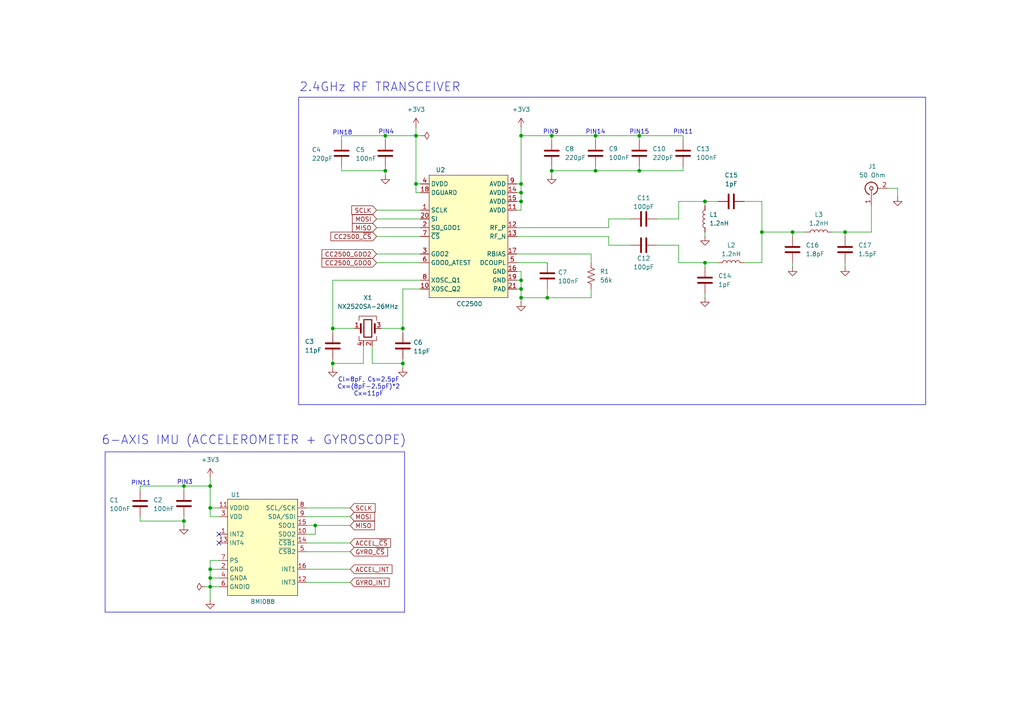
<source format=kicad_sch>
(kicad_sch (version 20231120) (generator "eeschema") (generator_version "8.0")
  (paper "A4")
  (title_block (title "SPI ") (date "2024-06-15") (rev "A") (comment 1 "REVIEWED BY:") (comment 3 "GITHUB: /nikphillydev") (comment 4 "DRAWN BY:  N. PHILIPENKO"))
  (lib_symbols
    (symbol "Connector:Conn_Coaxial" (pin_names (offset 1.016) hide)
      (property "Reference" "J" (at 0.254 3.048 0))
      (property "Value" "Conn_Coaxial" (at 2.921 0 90))
      (symbol "Conn_Coaxial_0_1"
        (arc (start -1.778 -0.508) (mid 0.2311 -1.8066) (end 1.778 0) (stroke (width 0.254)))
        (polyline (pts (xy -2.54 0) (xy -0.508 0)))
        (polyline (pts (xy 0 -2.54) (xy 0 -1.778)))
        (circle (center 0 0) (radius 0.508) (stroke (width 0.2032)))
        (arc (start 1.778 0) (mid 0.2099 1.8101) (end -1.778 0.508) (stroke (width 0.254)))
      )
      (symbol "Conn_Coaxial_1_1"
        (pin passive line (at -5.08 0 0) (length 2.54) (name "In") (number "1"))
        (pin passive line (at 0 -5.08 90) (length 2.54) (name "Ext") (number "2"))
      )
    )
    (symbol "CrystalsAndOscillators:NX2520SA" (pin_names hide)
      (property "Reference" "X" (at 0 6.858 0))
      (property "Value" "NX2520SA-26MHz" (at 0.254 4.826 0))
      (symbol "NX2520SA_0_1"
        (rectangle (start -1.143 2.54) (end 1.143 -2.54) (stroke (width 0.3048)))
        (polyline (pts (xy -2.54 0) (xy -2.032 0)))
        (polyline (pts (xy -2.032 -1.27) (xy -2.032 1.27)) (stroke (width 0.508)))
        (polyline (pts (xy -1.27 -3.81) (xy -1.27 -3.556)))
        (polyline (pts (xy 1.27 -3.81) (xy 1.27 -3.556)))
        (polyline (pts (xy 2.032 -1.27) (xy 2.032 1.27)) (stroke (width 0.508)))
        (polyline (pts (xy 2.032 0) (xy 2.54 0)))
        (polyline (pts (xy -2.54 -2.286) (xy -2.54 -3.556) (xy 2.54 -3.556) (xy 2.54 -2.286)))
        (polyline (pts (xy -2.54 2.286) (xy -2.54 3.556) (xy 2.54 3.556) (xy 2.54 2.286)))
      )
      (symbol "NX2520SA_1_1"
        (pin bidirectional line (at -3.81 0 0) (length 1.27) (name "1") (number "1"))
        (pin passive line (at 1.27 -5.08 90) (length 1.27) (name "2") (number "2"))
        (pin bidirectional line (at 3.81 0 180) (length 1.27) (name "3") (number "3"))
        (pin passive line (at -1.27 -5.08 90) (length 1.27) (name "4") (number "4"))
      )
    )
    (symbol "Device:C" (pin_numbers hide) (pin_names (offset 0.254))
      (property "Reference" "C" (at 0.635 2.54 0))
      (property "Value" "C" (at 0.635 -2.54 0))
      (symbol "C_0_1"
        (polyline (pts (xy -2.032 -0.762) (xy 2.032 -0.762)) (stroke (width 0.508)))
        (polyline (pts (xy -2.032 0.762) (xy 2.032 0.762)) (stroke (width 0.508)))
      )
      (symbol "C_1_1"
        (pin passive line (at 0 3.81 270) (length 2.794) (name "~") (number "1"))
        (pin passive line (at 0 -3.81 90) (length 2.794) (name "~") (number "2"))
      )
    )
    (symbol "Device:L" (pin_numbers hide) (pin_names (offset 1.016) hide)
      (property "Reference" "L" (at -1.27 0 90))
      (property "Value" "L" (at 1.905 0 90))
      (symbol "L_0_1"
        (arc (start 0 -2.54) (mid 0.6323 -1.905) (end 0 -1.27))
        (arc (start 0 -1.27) (mid 0.6323 -0.635) (end 0 0))
        (arc (start 0 0) (mid 0.6323 0.635) (end 0 1.27))
        (arc (start 0 1.27) (mid 0.6323 1.905) (end 0 2.54))
      )
      (symbol "L_1_1"
        (pin passive line (at 0 3.81 270) (length 1.27) (name "1") (number "1"))
        (pin passive line (at 0 -3.81 90) (length 1.27) (name "2") (number "2"))
      )
    )
    (symbol "Device:R_US" (pin_numbers hide) (pin_names (offset 0))
      (property "Reference" "R" (at 2.54 0 90))
      (property "Value" "R_US" (at -2.54 0 90))
      (symbol "R_US_0_1"
        (polyline (pts (xy 0 -2.286) (xy 0 -2.54)))
        (polyline (pts (xy 0 2.286) (xy 0 2.54)))
        (polyline (pts (xy 0 -0.762) (xy 1.016 -1.143) (xy 0 -1.524) (xy -1.016 -1.905) (xy 0 -2.286)))
        (polyline (pts (xy 0 0.762) (xy 1.016 0.381) (xy 0 0) (xy -1.016 -0.381) (xy 0 -0.762)))
        (polyline (pts (xy 0 2.286) (xy 1.016 1.905) (xy 0 1.524) (xy -1.016 1.143) (xy 0 0.762)))
      )
      (symbol "R_US_1_1"
        (pin passive line (at 0 3.81 270) (length 1.27) (name "~") (number "1"))
        (pin passive line (at 0 -3.81 90) (length 1.27) (name "~") (number "2"))
      )
    )
    (symbol "ICs:BMI088"
      (property "Reference" "U" (at -8.382 13.97 0))
      (property "Value" "BMI088" (at 0.508 -16.764 0))
      (symbol "BMI088_0_0"
        (pin passive line (at -12.7 2.54 0) (length 2.54) (name "INT2") (number "1"))
        (pin passive line (at 12.7 2.54 180) (length 2.54) (name "SDO2") (number "10"))
        (pin power_in line (at -12.7 10.16 0) (length 2.54) (name "VDDIO") (number "11"))
        (pin passive line (at 12.7 -11.43 180) (length 2.54) (name "INT3") (number "12"))
        (pin passive line (at -12.7 0 0) (length 2.54) (name "INT4") (number "13"))
        (pin passive line (at 12.7 0 180) (length 2.54) (name "~{CSB}1") (number "14"))
        (pin passive line (at 12.7 5.08 180) (length 2.54) (name "SDO1") (number "15"))
        (pin passive line (at 12.7 -7.62 180) (length 2.54) (name "INT1") (number "16"))
        (pin power_in line (at -12.7 7.62 0) (length 2.54) (name "VDD") (number "3"))
        (pin passive line (at 12.7 -2.54 180) (length 2.54) (name "~{CSB}2") (number "5"))
        (pin passive line (at -12.7 -5.08 0) (length 2.54) (name "PS") (number "7"))
        (pin passive line (at 12.7 10.16 180) (length 2.54) (name "SCL/SCK") (number "8"))
        (pin passive line (at 12.7 7.62 180) (length 2.54) (name "SDA/SDI") (number "9"))
      )
      (symbol "BMI088_1_0"
        (pin passive line (at -12.7 -7.62 0) (length 2.54) (name "GND") (number "2"))
        (pin passive line (at -12.7 -10.16 0) (length 2.54) (name "GNDA") (number "4"))
        (pin passive line (at -12.7 -12.7 0) (length 2.54) (name "GNDIO") (number "6"))
      )
      (symbol "BMI088_1_1"
        (rectangle (start -10.16 12.7) (end 10.16 -15.24) (fill (type background)))
      )
    )
    (symbol "ICs:CC2500"
      (property "Reference" "U" (at -9.398 16.51 0))
      (property "Value" "CC2500" (at 0.254 -21.844 0))
      (symbol "CC2500_0_0"
        (pin passive line (at -13.97 5.08 0) (length 2.54) (name "SCLK") (number "1"))
        (pin passive line (at -13.97 -17.78 0) (length 2.54) (name "XOSC_Q2") (number "10"))
        (pin power_in line (at 13.97 5.08 180) (length 2.54) (name "AVDD") (number "11"))
        (pin passive line (at 13.97 0 180) (length 2.54) (name "RF_P") (number "12"))
        (pin passive line (at 13.97 -2.54 180) (length 2.54) (name "RF_N") (number "13"))
        (pin power_in line (at 13.97 10.16 180) (length 2.54) (name "AVDD") (number "14"))
        (pin power_in line (at 13.97 7.62 180) (length 2.54) (name "AVDD") (number "15"))
        (pin passive line (at 13.97 -7.62 180) (length 2.54) (name "RBIAS") (number "17"))
        (pin passive line (at -13.97 0 0) (length 2.54) (name "SO_GDO1") (number "2"))
        (pin passive line (at -13.97 2.54 0) (length 2.54) (name "SI") (number "20"))
        (pin passive line (at -13.97 -7.62 0) (length 2.54) (name "GDO2") (number "3"))
        (pin power_in line (at -13.97 12.7 0) (length 2.54) (name "DVDD") (number "4"))
        (pin passive line (at -13.97 -10.16 0) (length 2.54) (name "GDO0_ATEST") (number "6"))
        (pin passive line (at -13.97 -2.54 0) (length 2.54) (name "~{CS}") (number "7"))
        (pin passive line (at -13.97 -15.24 0) (length 2.54) (name "XOSC_Q1") (number "8"))
        (pin power_in line (at 13.97 12.7 180) (length 2.54) (name "AVDD") (number "9"))
      )
      (symbol "CC2500_1_0"
        (pin passive line (at 13.97 -12.7 180) (length 2.54) (name "GND") (number "16"))
        (pin power_in line (at -13.97 10.16 0) (length 2.54) (name "DGUARD") (number "18"))
        (pin passive line (at 13.97 -15.24 180) (length 2.54) (name "GND") (number "19"))
        (pin passive line (at 13.97 -17.78 180) (length 2.54) (name "PAD") (number "21"))
        (pin passive line (at 13.97 -10.16 180) (length 2.54) (name "DCOUPL") (number "5"))
      )
      (symbol "CC2500_1_1"
        (rectangle (start -11.43 15.24) (end 11.43 -20.32) (fill (type background)))
      )
    )
    (symbol "power:+3.3V" (power) (pin_numbers hide) (pin_names (offset 0) hide)
      (property "Value" "+3.3V" (at 0 3.556 0))
      (symbol "+3.3V_0_1"
        (polyline (pts (xy -0.762 1.27) (xy 0 2.54)))
        (polyline (pts (xy 0 0) (xy 0 2.54)))
        (polyline (pts (xy 0 2.54) (xy 0.762 1.27)))
      )
      (symbol "+3.3V_1_1"
        (pin power_in line (at 0 0 90) (length 0) (name "~") (number "1"))
      )
    )
    (symbol "power:GND" (power) (pin_numbers hide) (pin_names (offset 0) hide)
      (property "Value" "GND" (at 0 -3.81 0))
      (symbol "GND_0_1"
        (polyline (pts (xy 0 0) (xy 0 -1.27) (xy 1.27 -1.27) (xy 0 -2.54) (xy -1.27 -1.27) (xy 0 -1.27)))
      )
      (symbol "GND_1_1"
        (pin power_in line (at 0 0 270) (length 0) (name "~") (number "1"))
      )
    )
    (symbol "power:PWR_FLAG" (power) (pin_numbers hide) (pin_names (offset 0) hide)
      (property "Value" "PWR_FLAG" (at 0 3.81 0))
      (symbol "PWR_FLAG_0_0"
        (pin power_out line (at 0 0 90) (length 0) (name "~") (number "1"))
      )
      (symbol "PWR_FLAG_0_1"
        (polyline (pts (xy 0 0) (xy 0 1.27) (xy -1.016 1.905) (xy 0 2.54) (xy 1.016 1.905) (xy 0 1.27)))
      )
    )
  )
  (junction (at 172.72 39.37))
  (junction (at 111.76 39.37))
  (junction (at 116.84 95.25))
  (junction (at 151.13 83.82))
  (junction (at 120.65 39.37))
  (junction (at 151.13 39.37))
  (junction (at 120.65 53.34))
  (junction (at 60.96 140.97))
  (junction (at 158.75 86.36))
  (junction (at 229.87 67.31))
  (junction (at 53.34 151.13))
  (junction (at 53.34 140.97))
  (junction (at 151.13 58.42))
  (junction (at 160.02 39.37))
  (junction (at 185.42 39.37))
  (junction (at 60.96 147.32))
  (junction (at 60.96 167.64))
  (junction (at 172.72 49.53))
  (junction (at 220.98 67.31))
  (junction (at 185.42 49.53))
  (junction (at 151.13 53.34))
  (junction (at 116.84 105.41))
  (junction (at 111.76 49.53))
  (junction (at 204.47 58.42))
  (junction (at 204.47 76.2))
  (junction (at 91.44 152.4))
  (junction (at 151.13 81.28))
  (junction (at 96.52 95.25))
  (junction (at 60.96 165.1))
  (junction (at 151.13 55.88))
  (junction (at 151.13 86.36))
  (junction (at 96.52 105.41))
  (junction (at 245.11 67.31))
  (junction (at 160.02 49.53))
  (junction (at 60.96 170.18))
  (no_connect (at 63.5 154.94))
  (no_connect (at 63.5 157.48))
  (wire (pts (xy 172.72 49.53) (xy 185.42 49.53)))
  (wire (pts (xy 111.76 39.37) (xy 99.06 39.37)))
  (wire (pts (xy 88.9 157.48) (xy 101.6 157.48)))
  (wire (pts (xy 204.47 85.09) (xy 204.47 86.36)))
  (wire (pts (xy 99.06 48.26) (xy 99.06 49.53)))
  (wire (pts (xy 233.68 67.31) (xy 229.87 67.31)))
  (wire (pts (xy 185.42 48.26) (xy 185.42 49.53)))
  (wire (pts (xy 215.9 76.2) (xy 220.98 76.2)))
  (wire (pts (xy 149.86 53.34) (xy 151.13 53.34)))
  (wire (pts (xy 63.5 162.56) (xy 60.96 162.56)))
  (wire (pts (xy 120.65 55.88) (xy 120.65 53.34)))
  (wire (pts (xy 151.13 55.88) (xy 151.13 53.34)))
  (wire (pts (xy 151.13 86.36) (xy 151.13 87.63)))
  (wire (pts (xy 190.5 71.12) (xy 196.85 71.12)))
  (wire (pts (xy 60.96 162.56) (xy 60.96 165.1)))
  (wire (pts (xy 196.85 76.2) (xy 204.47 76.2)))
  (wire (pts (xy 60.96 147.32) (xy 63.5 147.32)))
  (wire (pts (xy 160.02 39.37) (xy 172.72 39.37)))
  (wire (pts (xy 160.02 39.37) (xy 160.02 40.64)))
  (wire (pts (xy 60.96 165.1) (xy 63.5 165.1)))
  (wire (pts (xy 91.44 152.4) (xy 101.6 152.4)))
  (wire (pts (xy 105.41 105.41) (xy 96.52 105.41)))
  (wire (pts (xy 96.52 106.68) (xy 96.52 105.41)))
  (wire (pts (xy 151.13 86.36) (xy 158.75 86.36)))
  (wire (pts (xy 220.98 67.31) (xy 229.87 67.31)))
  (wire (pts (xy 257.81 54.61) (xy 260.35 54.61)))
  (wire (pts (xy 88.9 152.4) (xy 91.44 152.4)))
  (wire (pts (xy 245.11 67.31) (xy 245.11 68.58)))
  (wire (pts (xy 59.69 170.18) (xy 60.96 170.18)))
  (wire (pts (xy 241.3 67.31) (xy 245.11 67.31)))
  (wire (pts (xy 149.86 81.28) (xy 151.13 81.28)))
  (wire (pts (xy 88.9 154.94) (xy 91.44 154.94)))
  (wire (pts (xy 149.86 76.2) (xy 158.75 76.2)))
  (wire (pts (xy 160.02 49.53) (xy 172.72 49.53)))
  (wire (pts (xy 149.86 73.66) (xy 171.45 73.66)))
  (wire (pts (xy 111.76 49.53) (xy 111.76 48.26)))
  (wire (pts (xy 245.11 76.2) (xy 245.11 77.47)))
  (wire (pts (xy 160.02 48.26) (xy 160.02 49.53)))
  (wire (pts (xy 40.64 151.13) (xy 53.34 151.13)))
  (wire (pts (xy 96.52 95.25) (xy 96.52 96.52)))
  (wire (pts (xy 149.86 66.04) (xy 176.53 66.04)))
  (wire (pts (xy 220.98 67.31) (xy 220.98 76.2)))
  (wire (pts (xy 116.84 104.14) (xy 116.84 105.41)))
  (wire (pts (xy 107.95 105.41) (xy 116.84 105.41)))
  (wire (pts (xy 220.98 58.42) (xy 220.98 67.31)))
  (wire (pts (xy 149.86 60.96) (xy 151.13 60.96)))
  (wire (pts (xy 53.34 140.97) (xy 53.34 142.24)))
  (wire (pts (xy 121.92 55.88) (xy 120.65 55.88)))
  (wire (pts (xy 215.9 58.42) (xy 220.98 58.42)))
  (wire (pts (xy 172.72 39.37) (xy 172.72 40.64)))
  (wire (pts (xy 96.52 104.14) (xy 96.52 105.41)))
  (wire (pts (xy 260.35 54.61) (xy 260.35 57.15)))
  (wire (pts (xy 53.34 140.97) (xy 40.64 140.97)))
  (wire (pts (xy 149.86 58.42) (xy 151.13 58.42)))
  (wire (pts (xy 88.9 147.32) (xy 101.6 147.32)))
  (wire (pts (xy 91.44 154.94) (xy 91.44 152.4)))
  (wire (pts (xy 105.41 100.33) (xy 105.41 105.41)))
  (wire (pts (xy 229.87 76.2) (xy 229.87 77.47)))
  (wire (pts (xy 88.9 160.02) (xy 101.6 160.02)))
  (wire (pts (xy 185.42 49.53) (xy 198.12 49.53)))
  (wire (pts (xy 88.9 149.86) (xy 101.6 149.86)))
  (wire (pts (xy 120.65 39.37) (xy 120.65 53.34)))
  (wire (pts (xy 60.96 170.18) (xy 63.5 170.18)))
  (wire (pts (xy 204.47 58.42) (xy 204.47 59.69)))
  (wire (pts (xy 176.53 68.58) (xy 149.86 68.58)))
  (wire (pts (xy 149.86 55.88) (xy 151.13 55.88)))
  (wire (pts (xy 96.52 81.28) (xy 96.52 95.25)))
  (wire (pts (xy 172.72 39.37) (xy 185.42 39.37)))
  (wire (pts (xy 149.86 78.74) (xy 151.13 78.74)))
  (wire (pts (xy 158.75 83.82) (xy 158.75 86.36)))
  (wire (pts (xy 107.95 100.33) (xy 107.95 105.41)))
  (wire (pts (xy 40.64 149.86) (xy 40.64 151.13)))
  (wire (pts (xy 172.72 48.26) (xy 172.72 49.53)))
  (wire (pts (xy 109.22 63.5) (xy 121.92 63.5)))
  (wire (pts (xy 190.5 63.5) (xy 196.85 63.5)))
  (wire (pts (xy 151.13 83.82) (xy 151.13 86.36)))
  (wire (pts (xy 60.96 149.86) (xy 63.5 149.86)))
  (wire (pts (xy 198.12 40.64) (xy 198.12 39.37)))
  (wire (pts (xy 171.45 83.82) (xy 171.45 86.36)))
  (wire (pts (xy 116.84 95.25) (xy 116.84 83.82)))
  (wire (pts (xy 196.85 58.42) (xy 196.85 63.5)))
  (wire (pts (xy 111.76 39.37) (xy 111.76 40.64)))
  (wire (pts (xy 198.12 49.53) (xy 198.12 48.26)))
  (wire (pts (xy 149.86 83.82) (xy 151.13 83.82)))
  (wire (pts (xy 96.52 95.25) (xy 102.87 95.25)))
  (wire (pts (xy 116.84 95.25) (xy 116.84 96.52)))
  (wire (pts (xy 196.85 71.12) (xy 196.85 76.2)))
  (wire (pts (xy 121.92 81.28) (xy 96.52 81.28)))
  (wire (pts (xy 60.96 165.1) (xy 60.96 167.64)))
  (wire (pts (xy 60.96 140.97) (xy 53.34 140.97)))
  (wire (pts (xy 99.06 39.37) (xy 99.06 40.64)))
  (wire (pts (xy 204.47 76.2) (xy 204.47 77.47)))
  (wire (pts (xy 151.13 78.74) (xy 151.13 81.28)))
  (wire (pts (xy 151.13 60.96) (xy 151.13 58.42)))
  (wire (pts (xy 60.96 138.43) (xy 60.96 140.97)))
  (wire (pts (xy 60.96 170.18) (xy 60.96 173.99)))
  (wire (pts (xy 60.96 167.64) (xy 60.96 170.18)))
  (wire (pts (xy 171.45 73.66) (xy 171.45 76.2)))
  (wire (pts (xy 40.64 140.97) (xy 40.64 142.24)))
  (wire (pts (xy 120.65 36.83) (xy 120.65 39.37)))
  (wire (pts (xy 109.22 76.2) (xy 121.92 76.2)))
  (wire (pts (xy 151.13 58.42) (xy 151.13 55.88)))
  (wire (pts (xy 53.34 151.13) (xy 53.34 152.4)))
  (wire (pts (xy 204.47 58.42) (xy 196.85 58.42)))
  (wire (pts (xy 252.73 59.69) (xy 252.73 67.31)))
  (wire (pts (xy 99.06 49.53) (xy 111.76 49.53)))
  (wire (pts (xy 171.45 86.36) (xy 158.75 86.36)))
  (wire (pts (xy 121.92 53.34) (xy 120.65 53.34)))
  (wire (pts (xy 160.02 49.53) (xy 160.02 50.8)))
  (wire (pts (xy 116.84 106.68) (xy 116.84 105.41)))
  (wire (pts (xy 110.49 95.25) (xy 116.84 95.25)))
  (wire (pts (xy 176.53 71.12) (xy 182.88 71.12)))
  (wire (pts (xy 151.13 36.83) (xy 151.13 39.37)))
  (wire (pts (xy 204.47 67.31) (xy 204.47 68.58)))
  (wire (pts (xy 60.96 167.64) (xy 63.5 167.64)))
  (wire (pts (xy 109.22 66.04) (xy 121.92 66.04)))
  (wire (pts (xy 109.22 60.96) (xy 121.92 60.96)))
  (wire (pts (xy 185.42 39.37) (xy 198.12 39.37)))
  (wire (pts (xy 116.84 83.82) (xy 121.92 83.82)))
  (wire (pts (xy 109.22 73.66) (xy 121.92 73.66)))
  (wire (pts (xy 111.76 39.37) (xy 120.65 39.37)))
  (wire (pts (xy 229.87 67.31) (xy 229.87 68.58)))
  (wire (pts (xy 245.11 67.31) (xy 252.73 67.31)))
  (wire (pts (xy 53.34 151.13) (xy 53.34 149.86)))
  (wire (pts (xy 204.47 76.2) (xy 208.28 76.2)))
  (wire (pts (xy 88.9 168.91) (xy 101.6 168.91)))
  (wire (pts (xy 176.53 63.5) (xy 182.88 63.5)))
  (wire (pts (xy 109.22 68.58) (xy 121.92 68.58)))
  (wire (pts (xy 60.96 147.32) (xy 60.96 149.86)))
  (wire (pts (xy 208.28 58.42) (xy 204.47 58.42)))
  (wire (pts (xy 151.13 81.28) (xy 151.13 83.82)))
  (wire (pts (xy 60.96 140.97) (xy 60.96 147.32)))
  (wire (pts (xy 176.53 68.58) (xy 176.53 71.12)))
  (wire (pts (xy 88.9 165.1) (xy 101.6 165.1)))
  (wire (pts (xy 151.13 39.37) (xy 151.13 53.34)))
  (wire (pts (xy 111.76 49.53) (xy 111.76 50.8)))
  (wire (pts (xy 176.53 66.04) (xy 176.53 63.5)))
  (wire (pts (xy 120.65 39.37) (xy 121.92 39.37)))
  (wire (pts (xy 151.13 39.37) (xy 160.02 39.37)))
  (wire (pts (xy 185.42 39.37) (xy 185.42 40.64)))
  (rectangle (start 86.614 28.194) (end 268.478 117.348))
  (rectangle (start 30.48 131.064) (end 117.348 177.546))
  (text "2.4GHz RF TRANSCEIVER" (at 110.236 25.4 0) (effects (font (size 2.54 2.54))))
  (text "PIN11" (at 40.894 140.208 0) (effects (font (size 1.27 1.27))))
  (text "PIN4\n" (at 112.014 38.354 0) (effects (font (size 1.27 1.27))))
  (text "PIN18" (at 99.314 38.608 0) (effects (font (size 1.27 1.27))))
  (text "PIN14" (at 172.72 38.354 0) (effects (font (size 1.27 1.27))))
  (text "6-AXIS IMU (ACCELEROMETER + GYROSCOPE)" (at 73.66 127.762 0) (effects (font (size 2.54 2.54))))
  (text "PIN9" (at 159.766 38.354 0) (effects (font (size 1.27 1.27))))
  (text "PIN3\n" (at 53.594 139.954 0) (effects (font (size 1.27 1.27))))
  (text "Cl=8pF, Cs=2.5pF\nCx=(8pF-2.5pF)*2\nCx=11pF" (at 106.934 112.268 0) (effects (font (size 1.27 1.27))))
  (text "PIN11" (at 198.12 38.354 0) (effects (font (size 1.27 1.27))))
  (text "PIN15" (at 185.42 38.354 0) (effects (font (size 1.27 1.27))))
  (global_label "CC2500_GDO2" (shape input) (at 109.22 73.66 180) (property "Intersheetrefs" "${INTERSHEET_REFS}" (effects (hide yes))))
  (global_label "MISO" (shape input) (at 109.22 66.04 180) (property "Intersheetrefs" "${INTERSHEET_REFS}" (effects (hide yes))))
  (global_label "ACCEL_INT" (shape input) (at 101.6 165.1 0) (property "Intersheetrefs" "${INTERSHEET_REFS}" (effects (hide yes))))
  (global_label "CC2500_GDO0" (shape input) (at 109.22 76.2 180) (property "Intersheetrefs" "${INTERSHEET_REFS}" (effects (hide yes))))
  (global_label "GYRO_INT" (shape input) (at 101.6 168.91 0) (property "Intersheetrefs" "${INTERSHEET_REFS}" (effects (hide yes))))
  (global_label "GYRO_~{CS}" (shape input) (at 101.6 160.02 0) (property "Intersheetrefs" "${INTERSHEET_REFS}" (effects (hide yes))))
  (global_label "MISO" (shape input) (at 101.6 152.4 0) (property "Intersheetrefs" "${INTERSHEET_REFS}" (effects (hide yes))))
  (global_label "MOSI" (shape input) (at 109.22 63.5 180) (property "Intersheetrefs" "${INTERSHEET_REFS}" (effects (hide yes))))
  (global_label "MOSI" (shape input) (at 101.6 149.86 0) (property "Intersheetrefs" "${INTERSHEET_REFS}" (effects (hide yes))))
  (global_label "ACCEL_~{CS}" (shape input) (at 101.6 157.48 0) (property "Intersheetrefs" "${INTERSHEET_REFS}" (effects (hide yes))))
  (global_label "SCLK" (shape input) (at 109.22 60.96 180) (property "Intersheetrefs" "${INTERSHEET_REFS}" (effects (hide yes))))
  (global_label "SCLK" (shape input) (at 101.6 147.32 0) (property "Intersheetrefs" "${INTERSHEET_REFS}" (effects (hide yes))))
  (global_label "CC2500_~{CS}" (shape input) (at 109.22 68.58 180) (property "Intersheetrefs" "${INTERSHEET_REFS}" (effects (hide yes))))
  (symbol (lib_id "Device:L") (at 204.47 63.5 180) (unit 1)
    (property "Reference" "L1" (at 205.74 62.2299 0) (effects (justify right)))
    (property "Value" "1.2nH" (at 205.74 64.7699 0) (effects (justify right)))
    (property "Footprint" "Inductors:L_0402_1005Metric" (effects (hide yes)))
    (property "Description" "Inductor" (effects (hide yes)))
    (property "JLCPCB Part#" "C77105" (effects (hide yes)))
  )
  (symbol (lib_id "Device:C") (at 96.52 100.33 0) (unit 1)
    (property "Reference" "C3" (at 88.392 99.06 0) (effects (justify left)))
    (property "Value" "11pF" (at 88.392 101.6 0) (effects (justify left)))
    (property "Footprint" "Capacitors:CAP_0402_1005Metric" (effects (hide yes)))
    (property "Description" "Unpolarized capacitor" (effects (hide yes)))
    (property "JLCPCB Part#" "C710643" (effects (hide yes)))
  )
  (symbol (lib_id "Connector:Conn_Coaxial") (at 252.73 54.61 90) (unit 1)
    (property "Reference" "J1" (at 253.0232 48.26 90))
    (property "Value" "50 Ohm" (at 253.0232 50.8 90))
    (property "Footprint" "Connectors:RF-SMA_Dosinconn_DOSIN-806-0001" (effects (hide yes)))
    (property "Datasheet" " ~" (effects (hide yes)))
    (property "Description" "coaxial connector (BNC, SMA, SMB, SMC, Cinch/RCA, LEMO, ...)" (effects (hide yes)))
    (property "JLCPCB Part#" "C521220" (effects (hide yes)))
  )
  (symbol (lib_id "power:+3.3V") (at 120.65 36.83 0) (unit 1)
    (property "Reference" "#PWR07" (effects (hide yes)))
    (property "Value" "+3V3" (at 120.65 31.75 0))
    (property "Description" "Power symbol creates a global label with name \"+3.3V\"" (effects (hide yes)))
  )
  (symbol (lib_id "Device:C") (at 229.87 72.39 0) (unit 1)
    (property "Reference" "C16" (at 233.68 71.1199 0) (effects (justify left)))
    (property "Value" "1.8pF" (at 233.68 73.6599 0) (effects (justify left)))
    (property "Footprint" "Capacitors:CAP_0402_1005Metric" (effects (hide yes)))
    (property "Description" "Unpolarized capacitor" (effects (hide yes)))
    (property "JLCPCB Part#" "C85878" (effects (hide yes)))
  )
  (symbol (lib_id "power:+3.3V") (at 151.13 36.83 0) (unit 1)
    (property "Reference" "#PWR08" (effects (hide yes)))
    (property "Value" "+3V3" (at 151.13 31.75 0))
    (property "Description" "Power symbol creates a global label with name \"+3.3V\"" (effects (hide yes)))
  )
  (symbol (lib_id "Device:R_US") (at 171.45 80.01 0) (unit 1)
    (property "Reference" "R1" (at 173.99 78.7399 0) (effects (justify left)))
    (property "Value" "56k" (at 173.99 81.2799 0) (effects (justify left)))
    (property "Footprint" "Resistors:RES_0603_1608Metric" (effects (hide yes)))
    (property "Description" "Resistor, US symbol" (effects (hide yes)))
    (property "JLCPCB Part#" "C144110" (effects (hide yes)))
  )
  (symbol (lib_id "power:GND") (at 111.76 50.8 0) (unit 1)
    (property "Reference" "#PWR05" (effects (hide yes)))
    (property "Value" "GND" (effects (hide yes)))
    (property "Description" "Power symbol creates a global label with name \"GND\" , ground" (effects (hide yes)))
  )
  (symbol (lib_id "power:GND") (at 60.96 173.99 0) (unit 1)
    (property "Reference" "#PWR03" (effects (hide yes)))
    (property "Value" "GND" (effects (hide yes)))
    (property "Description" "Power symbol creates a global label with name \"GND\" , ground" (effects (hide yes)))
  )
  (symbol (lib_id "Device:C") (at 160.02 44.45 0) (unit 1)
    (property "Reference" "C8" (at 163.83 43.1799 0) (effects (justify left)))
    (property "Value" "220pF" (at 163.83 45.7199 0) (effects (justify left)))
    (property "Footprint" "Capacitors:CAP_0402_1005Metric" (effects (hide yes)))
    (property "Description" "Unpolarized capacitor" (effects (hide yes)))
    (property "JLCPCB Part#" "C97872" (effects (hide yes)))
  )
  (symbol (lib_id "power:GND") (at 160.02 50.8 0) (unit 1)
    (property "Reference" "#PWR010" (effects (hide yes)))
    (property "Value" "GND" (effects (hide yes)))
    (property "Description" "Power symbol creates a global label with name \"GND\" , ground" (effects (hide yes)))
  )
  (symbol (lib_id "power:GND") (at 260.35 57.15 0) (unit 1)
    (property "Reference" "#PWR015" (effects (hide yes)))
    (property "Value" "GND" (effects (hide yes)))
    (property "Description" "Power symbol creates a global label with name \"GND\" , ground" (effects (hide yes)))
  )
  (symbol (lib_id "Device:C") (at 116.84 100.33 0) (unit 1)
    (property "Reference" "C6" (at 119.888 99.314 0) (effects (justify left)))
    (property "Value" "11pF" (at 119.888 101.854 0) (effects (justify left)))
    (property "Footprint" "Capacitors:CAP_0402_1005Metric" (effects (hide yes)))
    (property "Description" "Unpolarized capacitor" (effects (hide yes)))
    (property "JLCPCB Part#" "C710643" (effects (hide yes)))
  )
  (symbol (lib_id "Device:C") (at 185.42 44.45 0) (unit 1)
    (property "Reference" "C10" (at 189.23 43.1799 0) (effects (justify left)))
    (property "Value" "220pF" (at 189.23 45.7199 0) (effects (justify left)))
    (property "Footprint" "Capacitors:CAP_0402_1005Metric" (effects (hide yes)))
    (property "Description" "Unpolarized capacitor" (effects (hide yes)))
    (property "JLCPCB Part#" "C97872" (effects (hide yes)))
  )
  (symbol (lib_id "Device:C") (at 204.47 81.28 0) (unit 1)
    (property "Reference" "C14" (at 208.28 80.0099 0) (effects (justify left)))
    (property "Value" "1pF" (at 208.28 82.5499 0) (effects (justify left)))
    (property "Footprint" "Capacitors:CAP_0402_1005Metric" (effects (hide yes)))
    (property "Description" "Unpolarized capacitor" (effects (hide yes)))
    (property "JLCPCB Part#" "C76953" (effects (hide yes)))
  )
  (symbol (lib_id "ICs:CC2500") (at 135.89 66.04 0) (unit 1)
    (property "Reference" "U2" (at 127.762 49.276 0))
    (property "Value" "CC2500" (at 136.144 88.138 0))
    (property "Footprint" "ICs:TI_QFN-20" (effects (hide yes)))
    (property "JLCPCB Part#" "C57494" (effects (hide yes)))
  )
  (symbol (lib_id "power:GND") (at 204.47 86.36 0) (unit 1)
    (property "Reference" "#PWR012" (effects (hide yes)))
    (property "Value" "GND" (effects (hide yes)))
    (property "Description" "Power symbol creates a global label with name \"GND\" , ground" (effects (hide yes)))
  )
  (symbol (lib_id "Device:C") (at 245.11 72.39 0) (unit 1)
    (property "Reference" "C17" (at 248.92 71.1199 0) (effects (justify left)))
    (property "Value" "1.5pF" (at 248.92 73.6599 0) (effects (justify left)))
    (property "Footprint" "Capacitors:CAP_0402_1005Metric" (effects (hide yes)))
    (property "Description" "Unpolarized capacitor" (effects (hide yes)))
    (property "JLCPCB Part#" "C76958" (effects (hide yes)))
  )
  (symbol (lib_id "power:GND") (at 229.87 77.47 0) (unit 1)
    (property "Reference" "#PWR013" (effects (hide yes)))
    (property "Value" "GND" (effects (hide yes)))
    (property "Description" "Power symbol creates a global label with name \"GND\" , ground" (effects (hide yes)))
  )
  (symbol (lib_id "power:PWR_FLAG") (at 59.69 170.18 90) (unit 1)
    (property "Reference" "#FLG01" (effects (hide yes)))
    (property "Value" "PWR_FLAG" (effects (hide yes)))
    (property "Description" "Special symbol for telling ERC where power comes from" (effects (hide yes)))
  )
  (symbol (lib_id "CrystalsAndOscillators:NX2520SA") (at 106.68 95.25 0) (unit 1)
    (property "Reference" "X1" (at 106.68 86.36 0))
    (property "Value" "NX2520SA-26MHz" (at 106.68 88.9 0))
    (property "Footprint" "CrystalsAndOscillators:NDK_NX2520SA" (effects (hide yes)))
    (property "JLCPCB Part#" "C910046" (effects (hide yes)))
  )
  (symbol (lib_id "Device:C") (at 111.76 44.45 0) (unit 1)
    (property "Reference" "C5" (at 103.124 43.434 0) (effects (justify left)))
    (property "Value" "100nF" (at 103.124 45.974 0) (effects (justify left)))
    (property "Footprint" "Capacitors:CAP_0402_1005Metric" (effects (hide yes)))
    (property "Description" "Unpolarized capacitor" (effects (hide yes)))
    (property "JLCPCB Part#" "C77020" (effects (hide yes)))
  )
  (symbol (lib_id "power:GND") (at 245.11 77.47 0) (unit 1)
    (property "Reference" "#PWR014" (effects (hide yes)))
    (property "Value" "GND" (effects (hide yes)))
    (property "Description" "Power symbol creates a global label with name \"GND\" , ground" (effects (hide yes)))
  )
  (symbol (lib_id "Device:C") (at 186.69 71.12 90) (unit 1)
    (property "Reference" "C12" (at 186.69 74.93 90))
    (property "Value" "100pF" (at 186.69 77.47 90))
    (property "Footprint" "Capacitors:CAP_0402_1005Metric" (effects (hide yes)))
    (property "Description" "Unpolarized capacitor" (effects (hide yes)))
    (property "JLCPCB Part#" "C77177" (effects (hide yes)))
  )
  (symbol (lib_id "ICs:BMI088") (at 76.2 157.48 0) (unit 1)
    (property "Reference" "U1" (at 68.326 143.51 0))
    (property "Value" "BMI088" (at 76.2 174.498 0))
    (property "Footprint" "ICs:BOSCH_LGA-16" (effects (hide yes)))
    (property "JLCPCB Part#" "C194919" (effects (hide yes)))
  )
  (symbol (lib_id "power:GND") (at 116.84 106.68 0) (unit 1)
    (property "Reference" "#PWR06" (effects (hide yes)))
    (property "Value" "GND" (effects (hide yes)))
    (property "Description" "Power symbol creates a global label with name \"GND\" , ground" (effects (hide yes)))
  )
  (symbol (lib_id "power:GND") (at 204.47 68.58 0) (unit 1)
    (property "Reference" "#PWR011" (effects (hide yes)))
    (property "Value" "GND" (effects (hide yes)))
    (property "Description" "Power symbol creates a global label with name \"GND\" , ground" (effects (hide yes)))
  )
  (symbol (lib_id "Device:C") (at 40.64 146.05 0) (unit 1)
    (property "Reference" "C1" (at 31.75 145.034 0) (effects (justify left)))
    (property "Value" "100nF" (at 31.75 147.574 0) (effects (justify left)))
    (property "Footprint" "Capacitors:CAP_0402_1005Metric" (effects (hide yes)))
    (property "Description" "Unpolarized capacitor" (effects (hide yes)))
    (property "JLCPCB Part#" "C77020" (effects (hide yes)))
  )
  (symbol (lib_id "Device:L") (at 237.49 67.31 90) (unit 1)
    (property "Reference" "L3" (at 237.49 62.23 90))
    (property "Value" "1.2nH" (at 237.49 64.77 90))
    (property "Footprint" "Inductors:L_0402_1005Metric" (effects (hide yes)))
    (property "Description" "Inductor" (effects (hide yes)))
    (property "JLCPCB Part#" "C77105" (effects (hide yes)))
  )
  (symbol (lib_id "Device:C") (at 99.06 44.45 0) (unit 1)
    (property "Reference" "C4" (at 90.424 43.434 0) (effects (justify left)))
    (property "Value" "220pF" (at 90.424 45.974 0) (effects (justify left)))
    (property "Footprint" "Capacitors:CAP_0402_1005Metric" (effects (hide yes)))
    (property "Description" "Unpolarized capacitor" (effects (hide yes)))
    (property "JLCPCB Part#" "C97872" (effects (hide yes)))
  )
  (symbol (lib_id "Device:C") (at 198.12 44.45 0) (unit 1)
    (property "Reference" "C13" (at 201.93 43.1799 0) (effects (justify left)))
    (property "Value" "100nF" (at 201.93 45.7199 0) (effects (justify left)))
    (property "Footprint" "Capacitors:CAP_0402_1005Metric" (effects (hide yes)))
    (property "Description" "Unpolarized capacitor" (effects (hide yes)))
    (property "JLCPCB Part#" "C77020" (effects (hide yes)))
  )
  (symbol (lib_id "Device:C") (at 212.09 58.42 90) (unit 1)
    (property "Reference" "C15" (at 212.09 50.8 90))
    (property "Value" "1pF" (at 212.09 53.34 90))
    (property "Footprint" "Capacitors:CAP_0402_1005Metric" (effects (hide yes)))
    (property "Description" "Unpolarized capacitor" (effects (hide yes)))
    (property "JLCPCB Part#" "C76953" (effects (hide yes)))
  )
  (symbol (lib_id "power:GND") (at 53.34 152.4 0) (unit 1)
    (property "Reference" "#PWR01" (effects (hide yes)))
    (property "Value" "GND" (effects (hide yes)))
    (property "Description" "Power symbol creates a global label with name \"GND\" , ground" (effects (hide yes)))
  )
  (symbol (lib_id "power:GND") (at 151.13 87.63 0) (unit 1)
    (property "Reference" "#PWR09" (effects (hide yes)))
    (property "Value" "GND" (effects (hide yes)))
    (property "Description" "Power symbol creates a global label with name \"GND\" , ground" (effects (hide yes)))
  )
  (symbol (lib_id "power:+3.3V") (at 60.96 138.43 0) (unit 1)
    (property "Reference" "#PWR02" (effects (hide yes)))
    (property "Value" "+3V3" (at 60.96 133.35 0))
    (property "Description" "Power symbol creates a global label with name \"+3.3V\"" (effects (hide yes)))
  )
  (symbol (lib_id "power:GND") (at 96.52 106.68 0) (unit 1)
    (property "Reference" "#PWR04" (effects (hide yes)))
    (property "Value" "GND" (effects (hide yes)))
    (property "Description" "Power symbol creates a global label with name \"GND\" , ground" (effects (hide yes)))
  )
  (symbol (lib_id "Device:C") (at 172.72 44.45 0) (unit 1)
    (property "Reference" "C9" (at 176.53 43.1799 0) (effects (justify left)))
    (property "Value" "100nF" (at 176.53 45.7199 0) (effects (justify left)))
    (property "Footprint" "Capacitors:CAP_0402_1005Metric" (effects (hide yes)))
    (property "Description" "Unpolarized capacitor" (effects (hide yes)))
    (property "JLCPCB Part#" "C77020" (effects (hide yes)))
  )
  (symbol (lib_id "Device:C") (at 53.34 146.05 0) (unit 1)
    (property "Reference" "C2" (at 44.45 145.034 0) (effects (justify left)))
    (property "Value" "100nF" (at 44.45 147.574 0) (effects (justify left)))
    (property "Footprint" "Capacitors:CAP_0402_1005Metric" (effects (hide yes)))
    (property "Description" "Unpolarized capacitor" (effects (hide yes)))
    (property "JLCPCB Part#" "C77020" (effects (hide yes)))
  )
  (symbol (lib_id "Device:L") (at 212.09 76.2 90) (unit 1)
    (property "Reference" "L2" (at 212.09 71.12 90))
    (property "Value" "1.2nH" (at 212.09 73.66 90))
    (property "Footprint" "Inductors:L_0402_1005Metric" (effects (hide yes)))
    (property "Description" "Inductor" (effects (hide yes)))
    (property "JLCPCB Part#" "C77105" (effects (hide yes)))
  )
  (symbol (lib_id "power:PWR_FLAG") (at 121.92 39.37 270) (unit 1)
    (property "Reference" "#FLG02" (effects (hide yes)))
    (property "Value" "PWR_FLAG" (effects (hide yes)))
    (property "Description" "Special symbol for telling ERC where power comes from" (effects (hide yes)))
  )
  (symbol (lib_id "Device:C") (at 186.69 63.5 90) (unit 1)
    (property "Reference" "C11" (at 186.69 57.404 90))
    (property "Value" "100pF" (at 186.69 59.944 90))
    (property "Footprint" "Capacitors:CAP_0402_1005Metric" (effects (hide yes)))
    (property "Description" "Unpolarized capacitor" (effects (hide yes)))
    (property "JLCPCB Part#" "C77177" (effects (hide yes)))
  )
  (symbol (lib_id "Device:C") (at 158.75 80.01 0) (unit 1)
    (property "Reference" "C7" (at 161.798 78.994 0) (effects (justify left)))
    (property "Value" "100nF" (at 161.798 81.534 0) (effects (justify left)))
    (property "Footprint" "Capacitors:CAP_0402_1005Metric" (effects (hide yes)))
    (property "Description" "Unpolarized capacitor" (effects (hide yes)))
    (property "JLCPCB Part#" "C77020" (effects (hide yes)))
  )
)
</source>
